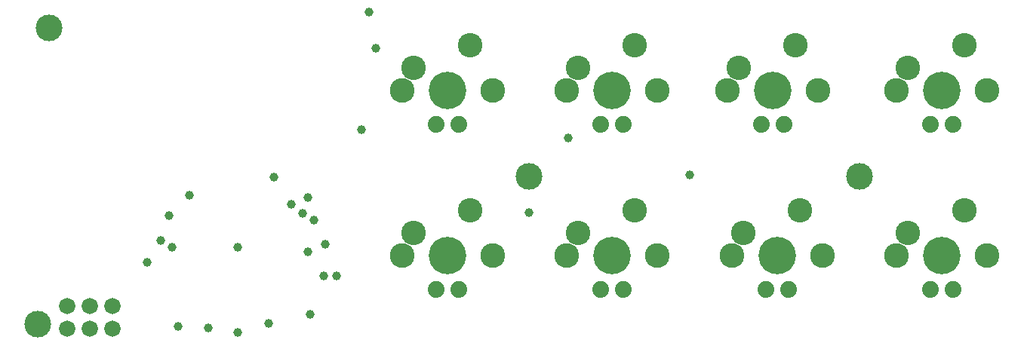
<source format=gbs>
G75*
%MOIN*%
%OFA0B0*%
%FSLAX25Y25*%
%IPPOS*%
%LPD*%
%AMOC8*
5,1,8,0,0,1.08239X$1,22.5*
%
%ADD10C,0.11824*%
%ADD11C,0.07200*%
%ADD12C,0.10800*%
%ADD13C,0.10924*%
%ADD14C,0.16550*%
%ADD15C,0.07400*%
%ADD16C,0.03900*%
D10*
X0023516Y0011469D03*
X0240472Y0077000D03*
X0386472Y0077000D03*
X0028472Y0142500D03*
D11*
X0036472Y0019500D03*
X0046472Y0019500D03*
X0056472Y0019500D03*
X0056472Y0009500D03*
X0046472Y0009500D03*
X0036472Y0009500D03*
D12*
X0189449Y0051996D03*
X0214449Y0061996D03*
X0262283Y0051996D03*
X0287283Y0061996D03*
X0335118Y0051996D03*
X0360118Y0061996D03*
X0407953Y0051996D03*
X0432953Y0061996D03*
X0407953Y0124831D03*
X0432953Y0134831D03*
X0358150Y0134831D03*
X0333150Y0124831D03*
X0287283Y0134831D03*
X0262283Y0124831D03*
X0214449Y0134831D03*
X0189449Y0124831D03*
D13*
X0184449Y0114831D03*
X0224449Y0114831D03*
X0257283Y0114831D03*
X0297283Y0114831D03*
X0328150Y0114831D03*
X0368150Y0114831D03*
X0402953Y0114831D03*
X0442953Y0114831D03*
X0442953Y0041996D03*
X0402953Y0041996D03*
X0370118Y0041996D03*
X0330118Y0041996D03*
X0297283Y0041996D03*
X0257283Y0041996D03*
X0224449Y0041996D03*
X0184449Y0041996D03*
D14*
X0204449Y0041996D03*
X0277283Y0041996D03*
X0350118Y0041996D03*
X0422953Y0041996D03*
X0422953Y0114831D03*
X0348150Y0114831D03*
X0277283Y0114831D03*
X0204449Y0114831D03*
D15*
X0209449Y0099831D03*
X0199449Y0099831D03*
X0272283Y0099831D03*
X0282283Y0099831D03*
X0343150Y0099831D03*
X0353150Y0099831D03*
X0417953Y0099831D03*
X0427953Y0099831D03*
X0427953Y0026996D03*
X0417953Y0026996D03*
X0355118Y0026996D03*
X0345118Y0026996D03*
X0282283Y0026996D03*
X0272283Y0026996D03*
X0209449Y0026996D03*
X0199449Y0026996D03*
D16*
X0155472Y0033000D03*
X0149972Y0033000D03*
X0142972Y0043500D03*
X0150472Y0047000D03*
X0145472Y0057500D03*
X0140472Y0060500D03*
X0135472Y0064500D03*
X0142972Y0067500D03*
X0127972Y0076500D03*
X0090472Y0068500D03*
X0081472Y0059500D03*
X0077972Y0048500D03*
X0082972Y0045500D03*
X0071972Y0039000D03*
X0111972Y0045500D03*
X0143972Y0016000D03*
X0125472Y0012000D03*
X0111972Y0008000D03*
X0098972Y0010000D03*
X0085472Y0010500D03*
X0240472Y0061000D03*
X0311472Y0077500D03*
X0257972Y0094000D03*
X0166472Y0097500D03*
X0172972Y0133500D03*
X0169972Y0149500D03*
M02*

</source>
